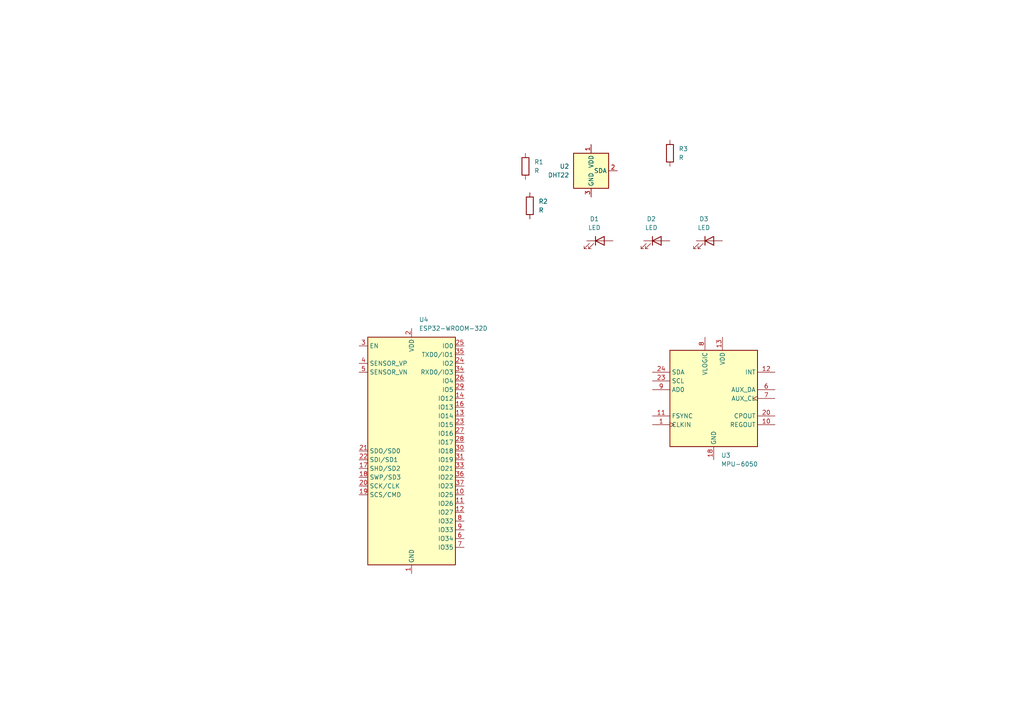
<source format=kicad_sch>
(kicad_sch (version 20250114) (generator "eeschema") (generator_version "9.0")
  (paper "A4")
  (lib_symbols
    (symbol "Device:LED" (pin_numbers (hide yes)) (pin_names (offset 1.016) (hide yes))
      (property "Reference" "D" (at 0 2.54 0))
      (property "Value" "LED" (at 0 -2.54 0))
      (symbol "LED_0_1"
        (polyline (pts (xy -3.048 -0.762) (xy -4.572 -2.286) (xy -3.81 -2.286) (xy -4.572 -2.286) (xy -4.572 -1.524)))
        (polyline (pts (xy -1.778 -0.762) (xy -3.302 -2.286) (xy -2.54 -2.286) (xy -3.302 -2.286) (xy -3.302 -1.524)))
        (polyline (pts (xy -1.27 0) (xy 1.27 0)))
        (polyline (pts (xy -1.27 -1.27) (xy -1.27 1.27)) (stroke (width 0.254)))
        (polyline (pts (xy 1.27 -1.27) (xy 1.27 1.27) (xy -1.27 0) (xy 1.27 -1.27)) (stroke (width 0.254)))
      )
      (symbol "LED_1_1"
        (pin passive line (at -3.81 0 0) (length 2.54) (name "K") (number "1"))
        (pin passive line (at 3.81 0 180) (length 2.54) (name "A") (number "2"))
      )
    )
    (symbol "Device:R" (pin_numbers (hide yes)) (pin_names (offset 0))
      (property "Reference" "R" (at 2.032 0 90))
      (property "Value" "R" (at 0 0 90))
      (symbol "R_0_1"
        (rectangle (start -1.016 -2.54) (end 1.016 2.54) (stroke (width 0.254)))
      )
      (symbol "R_1_1"
        (pin passive line (at 0 3.81 270) (length 1.27) (name "~") (number "1"))
        (pin passive line (at 0 -3.81 90) (length 1.27) (name "~") (number "2"))
      )
    )
    (symbol "RF_Module:ESP32-WROOM-32D"
      (property "Reference" "U" (at -12.7 34.29 0))
      (property "Value" "ESP32-WROOM-32D" (at 1.27 34.29 0))
      (symbol "ESP32-WROOM-32D_0_1"
        (rectangle (start -12.7 33.02) (end 12.7 -33.02) (stroke (width 0.254)) (fill (type background)))
      )
      (symbol "ESP32-WROOM-32D_1_1"
        (pin input line (at -15.24 30.48 0) (length 2.54) (name "EN") (number "3"))
        (pin input line (at -15.24 25.4 0) (length 2.54) (name "SENSOR_VP") (number "4"))
        (pin input line (at -15.24 22.86 0) (length 2.54) (name "SENSOR_VN") (number "5"))
        (pin bidirectional line (at -15.24 0 0) (length 2.54) (name "SDO/SD0") (number "21"))
        (pin bidirectional line (at -15.24 -2.54 0) (length 2.54) (name "SDI/SD1") (number "22"))
        (pin bidirectional line (at -15.24 -5.08 0) (length 2.54) (name "SHD/SD2") (number "17"))
        (pin bidirectional line (at -15.24 -7.62 0) (length 2.54) (name "SWP/SD3") (number "18"))
        (pin bidirectional line (at -15.24 -10.16 0) (length 2.54) (name "SCK/CLK") (number "20"))
        (pin bidirectional line (at -15.24 -12.7 0) (length 2.54) (name "SCS/CMD") (number "19"))
        (pin no_connect line (at -12.7 -27.94 0) (length 2.54) (hide yes) (name "NC") (number "32"))
        (pin power_in line (at 0 35.56 270) (length 2.54) (name "VDD") (number "2"))
        (pin power_in line (at 0 -35.56 90) (length 2.54) (name "GND") (number "1"))
        (pin passive line (at 0 -35.56 90) (length 2.54) (hide yes) (name "GND") (number "15"))
        (pin passive line (at 0 -35.56 90) (length 2.54) (hide yes) (name "GND") (number "38"))
        (pin passive line (at 0 -35.56 90) (length 2.54) (hide yes) (name "GND") (number "39"))
        (pin bidirectional line (at 15.24 30.48 180) (length 2.54) (name "IO0") (number "25"))
        (pin bidirectional line (at 15.24 27.94 180) (length 2.54) (name "TXD0/IO1") (number "35"))
        (pin bidirectional line (at 15.24 25.4 180) (length 2.54) (name "IO2") (number "24"))
        (pin bidirectional line (at 15.24 22.86 180) (length 2.54) (name "RXD0/IO3") (number "34"))
        (pin bidirectional line (at 15.24 20.32 180) (length 2.54) (name "IO4") (number "26"))
        (pin bidirectional line (at 15.24 17.78 180) (length 2.54) (name "IO5") (number "29"))
        (pin bidirectional line (at 15.24 15.24 180) (length 2.54) (name "IO12") (number "14"))
        (pin bidirectional line (at 15.24 12.7 180) (length 2.54) (name "IO13") (number "16"))
        (pin bidirectional line (at 15.24 10.16 180) (length 2.54) (name "IO14") (number "13"))
        (pin bidirectional line (at 15.24 7.62 180) (length 2.54) (name "IO15") (number "23"))
        (pin bidirectional line (at 15.24 5.08 180) (length 2.54) (name "IO16") (number "27"))
        (pin bidirectional line (at 15.24 2.54 180) (length 2.54) (name "IO17") (number "28"))
        (pin bidirectional line (at 15.24 0 180) (length 2.54) (name "IO18") (number "30"))
        (pin bidirectional line (at 15.24 -2.54 180) (length 2.54) (name "IO19") (number "31"))
        (pin bidirectional line (at 15.24 -5.08 180) (length 2.54) (name "IO21") (number "33"))
        (pin bidirectional line (at 15.24 -7.62 180) (length 2.54) (name "IO22") (number "36"))
        (pin bidirectional line (at 15.24 -10.16 180) (length 2.54) (name "IO23") (number "37"))
        (pin bidirectional line (at 15.24 -12.7 180) (length 2.54) (name "IO25") (number "10"))
        (pin bidirectional line (at 15.24 -15.24 180) (length 2.54) (name "IO26") (number "11"))
        (pin bidirectional line (at 15.24 -17.78 180) (length 2.54) (name "IO27") (number "12"))
        (pin bidirectional line (at 15.24 -20.32 180) (length 2.54) (name "IO32") (number "8"))
        (pin bidirectional line (at 15.24 -22.86 180) (length 2.54) (name "IO33") (number "9"))
        (pin input line (at 15.24 -25.4 180) (length 2.54) (name "IO34") (number "6"))
        (pin input line (at 15.24 -27.94 180) (length 2.54) (name "IO35") (number "7"))
      )
    )
    (symbol "Sensor:AM2302"
      (property "Reference" "U" (at -3.81 6.35 0))
      (property "Value" "AM2302" (at 3.81 6.35 0))
      (symbol "AM2302_0_1"
        (rectangle (start -5.08 5.08) (end 5.08 -5.08) (stroke (width 0.254)) (fill (type background)))
      )
      (symbol "AM2302_1_1"
        (pin power_in line (at 0 7.62 270) (length 2.54) (name "VDD") (number "1"))
        (pin power_in line (at 0 -7.62 90) (length 2.54) (name "GND") (number "3"))
        (pin passive line (at 0 -7.62 90) (length 2.54) (hide yes) (name "GND") (number "4"))
        (pin bidirectional line (at 7.62 0 180) (length 2.54) (name "SDA") (number "2"))
      )
    )
    (symbol "Sensor_Motion:MPU-6050"
      (property "Reference" "U" (at -11.43 13.97 0))
      (property "Value" "MPU-6050" (at 7.62 -15.24 0))
      (symbol "MPU-6050_0_1"
        (rectangle (start -12.7 13.97) (end 12.7 -13.97) (stroke (width 0.254)) (fill (type background)))
      )
      (symbol "MPU-6050_1_1"
        (pin bidirectional line (at -17.78 7.62 0) (length 5.08) (name "SDA") (number "24"))
        (pin input line (at -17.78 5.08 0) (length 5.08) (name "SCL") (number "23"))
        (pin input line (at -17.78 2.54 0) (length 5.08) (name "AD0") (number "9"))
        (pin input line (at -17.78 -5.08 0) (length 5.08) (name "FSYNC") (number "11"))
        (pin input clock (at -17.78 -7.62 0) (length 5.08) (name "CLKIN") (number "1"))
        (pin no_connect line (at -12.7 12.7 0) (length 2.54) (hide yes) (name "NC") (number "2"))
        (pin no_connect line (at -12.7 10.16 0) (length 2.54) (hide yes) (name "NC") (number "3"))
        (pin no_connect line (at -12.7 0 0) (length 2.54) (hide yes) (name "NC") (number "4"))
        (pin no_connect line (at -12.7 -2.54 0) (length 2.54) (hide yes) (name "NC") (number "5"))
        (pin no_connect line (at -12.7 -10.16 0) (length 2.54) (hide yes) (name "NC") (number "14"))
        (pin power_in line (at -2.54 17.78 270) (length 3.81) (name "VLOGIC") (number "8"))
        (pin power_in line (at 0 -17.78 90) (length 3.81) (name "GND") (number "18"))
        (pin power_in line (at 2.54 17.78 270) (length 3.81) (name "VDD") (number "13"))
        (pin no_connect line (at 12.7 12.7 180) (length 2.54) (hide yes) (name "NC") (number "15"))
        (pin no_connect line (at 12.7 10.16 180) (length 2.54) (hide yes) (name "NC") (number "16"))
        (pin no_connect line (at 12.7 5.08 180) (length 2.54) (hide yes) (name "NC") (number "17"))
        (pin no_connect line (at 12.7 -2.54 180) (length 2.54) (hide yes) (name "RESV") (number "21"))
        (pin no_connect line (at 12.7 -10.16 180) (length 2.54) (hide yes) (name "RESV") (number "19"))
        (pin no_connect line (at 12.7 -12.7 180) (length 2.54) (hide yes) (name "RESV") (number "22"))
        (pin output line (at 17.78 7.62 180) (length 5.08) (name "INT") (number "12"))
        (pin bidirectional line (at 17.78 2.54 180) (length 5.08) (name "AUX_DA") (number "6"))
        (pin output clock (at 17.78 0 180) (length 5.08) (name "AUX_CL") (number "7"))
        (pin passive line (at 17.78 -5.08 180) (length 5.08) (name "CPOUT") (number "20"))
        (pin passive line (at 17.78 -7.62 180) (length 5.08) (name "REGOUT") (number "10"))
      )
    )
  )
  (symbol (lib_id "Sensor_Motion:MPU-6050") (at 207.01 115.57 0) (unit 1)
    (property "Reference" "U3" (at 209.1533 132.08 0) (effects (justify left)))
    (property "Value" "MPU-6050" (at 209.1533 134.62 0) (effects (justify left)))
    (property "Footprint" "Sensor_Motion:InvenSense_QFN-24_4x4mm_P0.5mm" (effects (hide yes)))
    (property "Datasheet" "https://invensense.tdk.com/wp-content/uploads/2015/02/MPU-6000-Datasheet1.pdf" (effects (hide yes)))
    (property "Description" "InvenSense 6-Axis Motion Sensor, Gyroscope, Accelerometer, I2C" (effects (hide yes)))
  )
  (symbol (lib_id "Device:R") (at 152.4 48.26 0) (unit 1)
    (property "Reference" "R1" (at 154.94 46.9899 0) (effects (justify left)))
    (property "Value" "R" (at 154.94 49.5299 0) (effects (justify left)))
    (property "Description" "Resistor" (effects (hide yes)))
  )
  (symbol (lib_id "Device:LED") (at 205.74 69.85 0) (unit 1)
    (property "Reference" "D3" (at 204.1525 63.5 0))
    (property "Value" "LED" (at 204.1525 66.04 0))
    (property "Description" "Light emitting diode" (effects (hide yes)))
    (property "Sim.Pins" "1=K 2=A" (effects (hide yes)))
  )
  (symbol (lib_id "Device:LED") (at 190.5 69.85 0) (unit 1)
    (property "Reference" "D2" (at 188.9125 63.5 0))
    (property "Value" "LED" (at 188.9125 66.04 0))
    (property "Description" "Light emitting diode" (effects (hide yes)))
    (property "Sim.Pins" "1=K 2=A" (effects (hide yes)))
  )
  (symbol (lib_id "RF_Module:ESP32-WROOM-32D") (at 119.38 130.81 0) (unit 1)
    (property "Reference" "U4" (at 121.5233 92.71 0) (effects (justify left)))
    (property "Value" "ESP32-WROOM-32D" (at 121.5233 95.25 0) (effects (justify left)))
    (property "Footprint" "RF_Module:ESP32-WROOM-32D" (effects (hide yes)))
    (property "Datasheet" "https://www.espressif.com/sites/default/files/documentation/esp32-wroom-32d_esp32-wroom-32u_datasheet_en.pdf" (effects (hide yes)))
    (property "Description" "RF Module, ESP32-D0WD SoC, Wi-Fi 802.11b/g/n, Bluetooth, BLE, 32-bit, 2.7-3.6V, onboard antenna, SMD" (effects (hide yes)))
  )
  (symbol (lib_id "Sensor:AM2302") (at 171.45 49.53 0) (unit 1)
    (property "Reference" "U2" (at 165.1 48.2599 0) (effects (justify right)))
    (property "Value" "DHT22" (at 165.1 50.7999 0) (effects (justify right)))
    (property "Footprint" "Sensor:ASAIR_AM2302_P2.54mm_Vertical" (effects (hide yes)))
    (property "Datasheet" "http://akizukidenshi.com/download/ds/aosong/AM2302.pdf" (effects (hide yes)))
    (property "Description" "3.3 to 5.0V, Temperature and humidity module,  DHT22, AM2302" (effects (hide yes)))
  )
  (symbol (lib_id "Device:LED") (at 173.99 69.85 0) (unit 1)
    (property "Reference" "D1" (at 172.4025 63.5 0))
    (property "Value" "LED" (at 172.4025 66.04 0))
    (property "Description" "Light emitting diode" (effects (hide yes)))
    (property "Sim.Pins" "1=K 2=A" (effects (hide yes)))
  )
  (symbol (lib_id "Device:R") (at 194.31 44.45 0) (unit 1)
    (property "Reference" "R3" (at 196.85 43.1799 0) (effects (justify left)))
    (property "Value" "R" (at 196.85 45.7199 0) (effects (justify left)))
    (property "Description" "Resistor" (effects (hide yes)))
  )
  (symbol (lib_id "Device:R") (at 153.67 59.69 0) (unit 1)
    (property "Reference" "R2" (at 156.21 58.4199 0) (effects (justify left)))
    (property "Value" "R" (at 156.21 60.9599 0) (effects (justify left)))
    (property "Description" "Resistor" (effects (hide yes)))
  )
)
</source>
